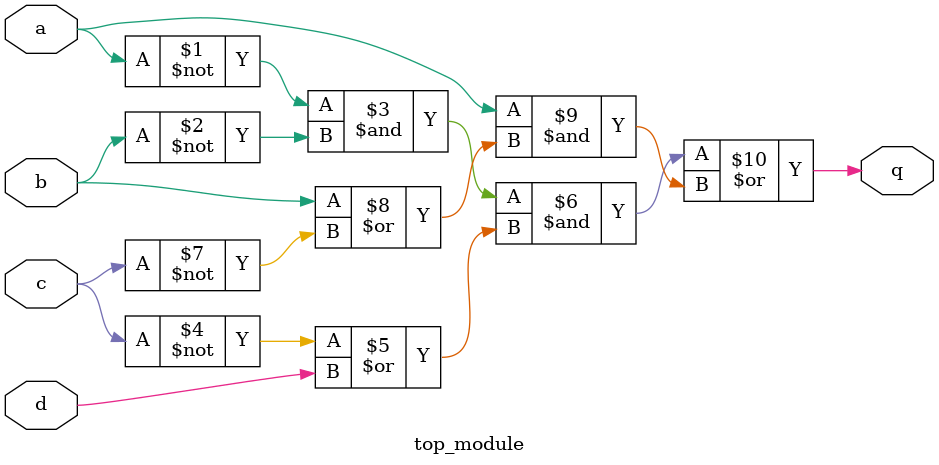
<source format=sv>
module top_module (
	input a, 
	input b, 
	input c, 
	input d,
	output q
);

	assign q = ((~a & ~b) & (~c | d)) | (a & (b | ~c));

endmodule

</source>
